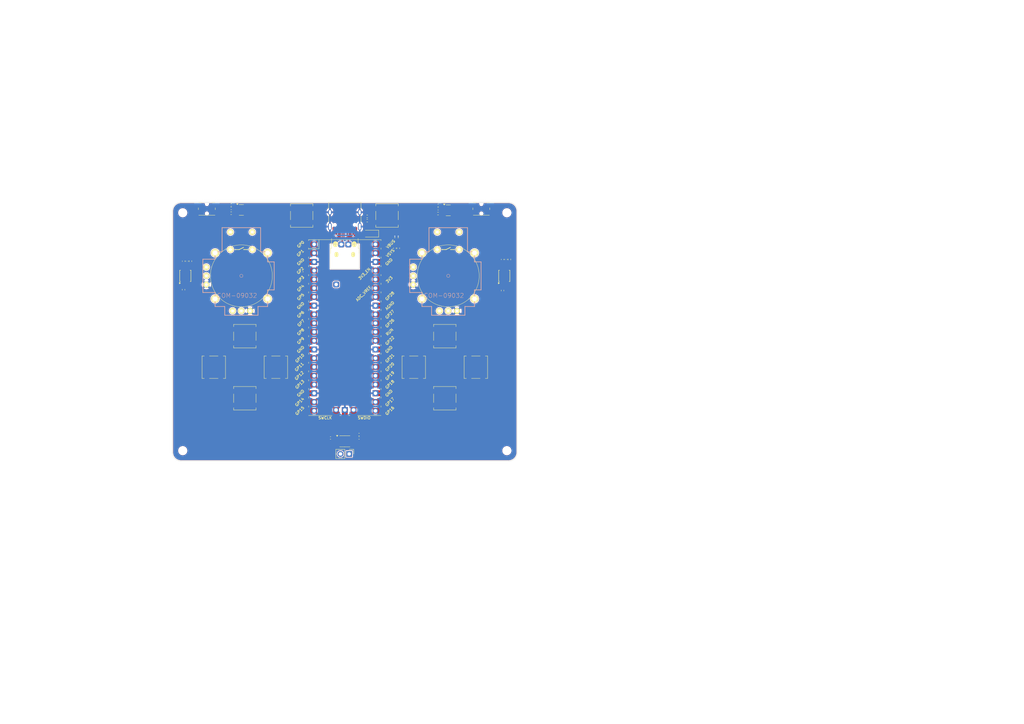
<source format=kicad_pcb>
(kicad_pcb (version 20240108) (generator "pcbnew") (generator_version "8.0")
  (layers (0 "F.Cu" signal) (31 "B.Cu" signal) (34 "B.Paste" user) (35 "F.Paste" user) (36 "B.SilkS" user "B.Silkscreen") (37 "F.SilkS" user "F.Silkscreen") (38 "B.Mask" user) (39 "F.Mask" user) (44 "Edge.Cuts" user))
  (net 0 "")
  (net 1 "GND")
  (net 2 "+3V3")
  (net 3 "Net-(U7-REG)")
  (net 4 "/VSYS")
  (net 5 "VBUS")
  (net 6 "Net-(D2-A)")
  (net 7 "Net-(D3-A)")
  (net 9 "Net-(J1-CC2)")
  (net 11 "Net-(J1-CC1)")
  (net 12 "Net-(J2-Pin_1)")
  (net 13 "Net-(J2-Pin_2)")
  (net 14 "I2C1_SDA")
  (net 15 "I2C1_SCL")
  (net 16 "Net-(U1-ALERT{slash}RDY)")
  (net 17 "Net-(U4-ALERT{slash}RDY)")
  (net 18 "Net-(U1-AIN2)")
  (net 19 "Net-(U4-AIN2)")
  (net 20 "GPIO26")
  (net 21 "GPIO27")
  (net 22 "Net-(U1-AIN1)")
  (net 23 "Net-(U1-AIN0)")
  (net 40 "Net-(U4-AIN0)")
  (net 41 "Net-(U4-AIN1)")
  (net 43 "/USBD+")
  (net 44 "/USBD-")
  (net 45 "BTN1")
  (net 46 "BTN2")
  (net 47 "BTN3")
  (net 48 "BTN4")
  (net 49 "BTN5")
  (net 50 "BTN6")
  (net 51 "BTN7")
  (net 52 "BTN8")
  (net 53 "BTN9")
  (net 54 "BTN10")
  (net 55 "BTN11")
  (net 56 "BTN12")
  (net 69 "LT-ADC")
  (net 70 "RT-ADC")
  (footprint "Package_SO:TSSOP-10_3x3mm_P0.5mm" (layer "F.Cu") (at 53.75 80 90)
    (property "Reference" "U1" (hide yes))
    (property "Value" "ADS1015IDGS")
  )
  (footprint "Resistor_SMD:R_0402_1005Metric" (layer "F.Cu") (at 87.5 78.8 90)
    (property "Reference" "R3" (hide yes))
    (property "Value" "10K 0402")
  )
  (footprint "Package_TO_SOT_SMD:SOT-23" (layer "F.Cu") (at 130 61)
    (property "Reference" "U8" (hide yes))
    (property "Value" "DRV5055A1QDBZR")
  )
  (footprint "Button_Switch_SMD:SW_SPST_B3SL-1022P" (layer "F.Cu") (at 87.5 62.5)
    (property "Reference" "SW9" (hide yes))
    (property "Value" "B3SL-1025P")
  )
  (footprint "Diode_SMD:D_SOD-123F" (layer "F.Cu") (at 107.6 67.75 180)
    (property "Reference" "D1" (hide yes))
    (property "Value" "MBR120VLSFT1G")
  )
  (footprint "Button_Switch_SMD:SW_SPST_B3SL-1022P" (layer "F.Cu") (at 129 97.5)
    (property "Reference" "SW8" (hide yes))
    (property "Value" "B3SL-1025P")
  )
  (footprint "Capacitor_SMD:C_0402_1005Metric" (layer "F.Cu") (at 145.75 75.25 90)
    (property "Reference" "C3" (hide yes))
    (property "Value" "10uF 0402")
  )
  (footprint "Resistor_SMD:R_0402_1005Metric" (layer "F.Cu") (at 114.5 72 90)
    (property "Reference" "R10" (hide yes))
    (property "Value" "1K 0402")
  )
  (footprint "Capacitor_SMD:C_0402_1005Metric" (layer "F.Cu") (at 104.13 127)
    (property "Reference" "C11" (hide yes))
    (property "Value" "10uF 0402")
  )
  (footprint "Resistor_SMD:R_0402_1005Metric" (layer "F.Cu") (at 87.5 80.690001 -90)
    (property "Reference" "R4" (hide yes))
    (property "Value" "5.1K 0402")
  )
  (footprint "Resistor_SMD:R_0402_1005Metric" (layer "F.Cu") (at 145.75 84.259999 90)
    (property "Reference" "R6" (hide yes))
    (property "Value" "1MΩ 0402")
  )
  (footprint "SparkFun-Electromechanical:JOYSTICK" (layer "F.Cu") (at 130 80)
    (property "Reference" "U5" (hide yes))
    (property "Value" "COM-09032")
  )
  (footprint "Capacitor_SMD:C_0402_1005Metric" (layer "F.Cu") (at 53.25 75.75 90)
    (property "Reference" "C13" (hide yes))
    (property "Value" "10uF 0402")
  )
  (footprint "Resistor_SMD:R_0402_1005Metric" (layer "F.Cu") (at 106.5 64)
    (property "Reference" "R2" (hide yes))
    (property "Value" "5.1K 0402")
  )
  (footprint "Resistor_SMD:R_0402_1005Metric" (layer "F.Cu") (at 55.25 75.75 90)
    (property "Reference" "R7" (hide yes))
    (property "Value" "10K 0402")
  )
  (footprint "Button_Switch_SMD:SW_SPST_B3SL-1022P" (layer "F.Cu") (at 62 106.5 90)
    (property "Reference" "SW2" (hide yes))
    (property "Value" "B3SL-1025P")
  )
  (footprint "Capacitor_SMD:C_0402_1005Metric" (layer "F.Cu") (at 67.05 59.4375 180)
    (property "Reference" "C4" (hide yes))
    (property "Value" "10uF 0402")
  )
  (footprint "MCU_RaspberryPi_and_Boards:RPi_Pico_SMD_TH" (layer "F.Cu") (at 100 95)
    (property "Reference" "U2" (hide yes))
    (property "Value" "Pico" (hide yes))
  )
  (footprint "Resistor_SMD:R_0402_1005Metric" (layer "F.Cu") (at 127.035 61.95)
    (property "Reference" "R12" (hide yes))
    (property "Value" "10K 0402")
  )
  (footprint "Capacitor_SMD:C_0402_1005Metric" (layer "F.Cu") (at 104.13 126)
    (property "Reference" "C10" (hide yes))
    (property "Value" "0.1uF 0402")
  )
  (footprint "Button_Switch_SMD:SW_SPST_B3SL-1022P" (layer "F.Cu") (at 120 106.5 90)
    (property "Reference" "SW5" (hide yes))
    (property "Value" "B3SL-1025P")
  )
  (footprint "MountingHole:MountingHole_2.2mm_M2" (layer "F.Cu") (at 53 61.7)
    (property "Reference" "H4" (hide yes))
    (property "Value" "M2 Mounting Hole")
  )
  (footprint "LED_SMD:LED_0402_1005Metric" (layer "F.Cu") (at 115.5 70 -90)
    (property "Reference" "D2" (hide yes))
    (property "Value" "0402 Yellow")
  )
  (footprint "Button_Switch_SMD:SW_SPST_B3SL-1022P" (layer "F.Cu") (at 129 115.5)
    (property "Reference" "SW6" (hide yes))
    (property "Value" "B3SL-1025P")
  )
  (footprint "LED_SMD:LED_0402_1005Metric" (layer "F.Cu") (at 114.5 70 -90)
    (property "Reference" "D3" (hide yes))
    (property "Value" "0402 RED")
  )
  (footprint "Capacitor_SMD:C_0402_1005Metric" (layer "F.Cu") (at 95.85 127 180)
    (property "Reference" "C12" (hide yes))
    (property "Value" "1uF 0402")
  )
  (footprint "Package_SO:VSSOP-10_3x3mm_P0.5mm" (layer "F.Cu") (at 100 128)
    (property "Reference" "U7" (hide yes))
    (property "Value" "DRV2605LDGS")
  )
  (footprint "Resistor_SMD:R_0402_1005Metric" (layer "F.Cu") (at 53.25 84.009999 90)
    (property "Reference" "R5" (hide yes))
    (property "Value" "1MΩ 0402")
  )
  (footprint "Resistor_SMD:R_0402_1005Metric" (layer "F.Cu") (at 67.04 61.8375)
    (property "Reference" "R11" (hide yes))
    (property "Value" "10K 0402")
  )
  (footprint "Capacitor_SMD:C_0402_1005Metric" (layer "F.Cu") (at 127.06 59.55 180)
    (property "Reference" "C8" (hide yes))
    (property "Value" "0.1uF 0402")
  )
  (footprint "Button_Switch_SMD:SW_SPST_B3SL-1022P" (layer "F.Cu") (at 71 115.5)
    (property "Reference" "SW4" (hide yes))
    (property "Value" "B3SL-1025P")
  )
  (footprint "Connector_USB:USB_C_Receptacle_HRO_TYPE-C-31-M-12" (layer "F.Cu") (at 100 62.6 180)
    (property "Reference" "J1" (hide yes))
    (property "Value" "TYPE-C-31-M-12")
  )
  (footprint "Capacitor_SMD:C_0402_1005Metric" (layer "F.Cu") (at 127.055 60.55 180)
    (property "Reference" "C9" (hide yes))
    (property "Value" "10uF 0402")
  )
  (footprint "MountingHole:MountingHole_2.2mm_M2" (layer "F.Cu") (at 147 61.7)
    (property "Reference" "H1" (hide yes))
    (property "Value" "M2 Mounting Hole")
  )
  (footprint "Package_SO:TSSOP-10_3x3mm_P0.5mm" (layer "F.Cu") (at 146.25 80 90)
    (property "Reference" "U4" (hide yes))
    (property "Value" "ADS1015IDGS")
  )
  (footprint "Connector_PinHeader_2.54mm:PinHeader_1x02_P2.54mm_Vertical" (layer "F.Cu") (at 101.275 131.65 -90)
    (property "Reference" "J2" (hide yes))
    (property "Value" "01x02 2.54mm pin header")
  )
  (footprint "MountingHole:MountingHole_2.2mm_M2" (layer "F.Cu") (at 53 130.7)
    (property "Reference" "H3" (hide yes))
    (property "Value" "M2 Mounting Hole")
  )
  (footprint "Capacitor_SMD:C_0402_1005Metric" (layer "F.Cu") (at 146.75 75.25 90)
    (property "Reference" "C2" (hide yes))
    (property "Value" "0.1uF 0402")
  )
  (footprint "Capacitor_SMD:C_0402_1005Metric" (layer "F.Cu") (at 67.05 60.4375 180)
    (property "Reference" "C5" (hide yes))
    (property "Value" "0.1uF 0402")
  )
  (footprint "Package_TO_SOT_SMD:SOT-23" (layer "F.Cu") (at 70 60.8875)
    (property "Reference" "U6" (hide yes))
    (property "Value" "DRV5055A1QDBZR")
  )
  (footprint "Button_Switch_SMD:SW_SPST_B3SL-1022P" (layer "F.Cu") (at 138 106.5 90)
    (property "Reference" "SW7" (hide yes))
    (property "Value" "B3SL-1025P")
  )
  (footprint "Button_Switch_SMD:SW_SPST_B3SL-1022P" (layer "F.Cu") (at 80 106.5 90)
    (property "Reference" "SW3" (hide yes))
    (property "Value" "B3SL-1025P")
  )
  (footprint "SparkFun-Electromechanical:JOYSTICK" (layer "F.Cu") (at 70 80)
    (property "Reference" "U3" (hide yes))
    (property "Value" "COM-09032")
  )
  (footprint "Capacitor_SMD:C_0402_1005Metric" (layer "F.Cu") (at 54.25 75.75 90)
    (property "Reference" "C1" (hide yes))
    (property "Value" "0.1uF 0402")
  )
  (footprint "Resistor_SMD:R_0402_1005Metric" (layer "F.Cu") (at 147.75 75.25 90)
    (property "Reference" "R8" (hide yes))
    (property "Value" "10K 0402")
  )
  (footprint "Button_Switch_SMD:SW_SPST_B3SL-1022P" (layer "F.Cu") (at 112.25 62.5)
    (property "Reference" "SW10" (hide yes))
    (property "Value" "B3SL-1025P")
  )
  (footprint "Button_Switch_SMD:Panasonic_EVQPUL_EVQPUC" (layer "F.Cu") (at 60 60.55)
    (property "Reference" "SW11" (hide yes))
    (property "Value" "EVQPU")
  )
  (footprint "Resistor_SMD:R_0402_1005Metric" (layer "F.Cu") (at 115.5 72 90)
    (property "Reference" "R9" (hide yes))
    (property "Value" "1K 0402")
  )
  (footprint "Button_Switch_SMD:Panasonic_EVQPUL_EVQPUC" (layer "F.Cu") (at 139.6 60.55)
    (property "Reference" "SW12" (hide yes))
    (property "Value" "EVQPUL")
  )
  (footprint "Button_Switch_SMD:SW_SPST_B3SL-1022P" (layer "F.Cu") (at 71 97.5)
    (property "Reference" "SW1" (hide yes))
    (property "Value" "B3SL-1025P")
  )
  (footprint "MountingHole:MountingHole_2.2mm_M2" (layer "F.Cu") (at 147 130.7)
    (property "Reference" "H2" (hide yes))
    (property "Value" "M2 Mounting Hole")
  )
  (footprint "Resistor_SMD:R_0402_1005Metric" (layer "F.Cu") (at 106.5 62.75)
    (property "Reference" "R1" (hide yes))
    (property "Value" "5.1K 0402")
  )
  (gr_line (start 150 61.2) (end 150 131.2) (stroke (width 0.1)) (layer "Edge.Cuts"))
  (gr_line (start 147.5 133.7) (end 52.5 133.7) (stroke (width 0.1)) (layer "Edge.Cuts"))
  (gr_line (start 50 131.2) (end 50 61.2) (stroke (width 0.1)) (layer "Edge.Cuts"))
  (gr_arc (start 52.5 133.7) (mid 50.732233 132.967767) (end 50 131.2) (stroke (width 0.1)) (layer "Edge.Cuts"))
  (gr_line (start 52.5 58.7) (end 147.5 58.7) (stroke (width 0.1)) (layer "Edge.Cuts"))
  (gr_arc (start 147.5 58.7) (mid 149.267767 59.432233) (end 150 61.2) (stroke (width 0.1)) (layer "Edge.Cuts"))
  (gr_rect (start 95.8 70.8) (end 104.2 78) (stroke (width 0.1)) (fill none) (layer "Edge.Cuts"))
  (gr_arc (start 150 131.2) (mid 149.267767 132.967767) (end 147.5 133.7) (stroke (width 0.1)) (layer "Edge.Cuts"))
  (gr_arc (start 50 61.2) (mid 50.732233 59.432233) (end 52.5 58.7) (stroke (width 0.1)) (layer "Edge.Cuts"))
  (segment (start 104.32 67.25) (end 103.25 67.25) (width 0.25) (layer "F.Cu") (net 1))
  (segment (start 115.5 69.515) (end 115.5 68.5) (width 0.25) (layer "F.Cu") (net 1))
  (segment (start 95.68 65.73) (end 95.68 67.55) (width 0.25) (layer "F.Cu") (net 1))
  (segment (start 96.75 67.55) (end 96.75 66.645) (width 0.25) (layer "F.Cu") (net 1))
  (segment (start 95.68 67.55) (end 96.75 67.55) (width 0.25) (layer "F.Cu") (net 1))
  (segment (start 114.5 69.515) (end 114.5 68.5) (width 0.25) (layer "F.Cu") (net 1))
  (segment (start 103.25 67.25) (end 103.25 66.645) (width 0.25) (layer "F.Cu") (net 1))
  (segment (start 104.32 65.73) (end 104.32 67.25) (width 0.25) (layer "F.Cu") (net 1))
  (via (at 114.5 68.5) (size 0.5) (drill 0.3) (layers "F.Cu" "B.Cu") (net 1))
  (via (at 115.5 68.5) (size 0.5) (drill 0.3) (layers "F.Cu" "B.Cu") (net 1))
  (segment (start 115.5 78) (end 112.47 81.03) (width 0.5) (layer "F.Cu") (net 2))
  (segment (start 112.47 81.03) (end 108.89 81.03) (width 0.5) (layer "F.Cu") (net 2))
  (segment (start 115.5 72.509999) (end 115.5 78) (width 0.5) (layer "F.Cu") (net 2))
  (segment (start 108.999999 67.75) (end 111.9 67.75) (width 0.5) (layer "F.Cu") (net 4))
  (segment (start 114.5 72.509999) (end 113.599999 73.41) (width 0.5) (layer "F.Cu") (net 4))
  (segment (start 111.9 67.75) (end 113.35 69.2) (width 0.5) (layer "F.Cu") (net 4))
  (segment (start 113.35 69.2) (end 113.35 72.85) (width 0.5) (layer "F.Cu") (net 4))
  (segment (start 113.599999 73.41) (end 112.25 73.41) (width 0.5) (layer "F.Cu") (net 4))
  (segment (start 113.35 72.85) (end 112.79 73.41) (width 0.5) (layer "F.Cu") (net 4))
  (segment (start 112.79 73.41) (end 112.25 73.41) (width 0.5) (layer "F.Cu") (net 4))
  (segment (start 112.25 73.41) (end 108.89 73.41) (width 0.5) (layer "F.Cu") (net 4))
  (segment (start 102.45 68.25) (end 104.2 68.25) (width 0.5) (layer "F.Cu") (net 5))
  (segment (start 97.55 68.25) (end 97.55 66.645) (width 0.5) (layer "F.Cu") (net 5))
  (segment (start 97.55 66.645) (end 97.549999 66.645) (width 0.5) (layer "F.Cu") (net 5))
  (segment (start 104.7 67.75) (end 106.200001 67.75) (width 0.5) (layer "F.Cu") (net 5))
  (segment (start 104.2 68.25) (end 104.7 67.75) (width 0.5) (layer "F.Cu") (net 5))
  (segment (start 102.450001 68.249999) (end 102.45 68.25) (width 0.5) (layer "F.Cu") (net 5))
  (segment (start 102.450001 66.645) (end 102.450001 68.249999) (width 0.5) (layer "F.Cu") (net 5))
  (via (at 102.45 68.25) (size 0.5) (drill 0.3) (layers "F.Cu" "B.Cu") (net 5))
  (via (at 97.55 68.25) (size 0.5) (drill 0.3) (layers "F.Cu" "B.Cu") (net 5))
  (segment (start 102.45 68.25) (end 97.55 68.25) (width 0.5) (layer "B.Cu") (net 5))
  (segment (start 115.5 71.490001) (end 115.5 70.485) (width 0.35) (layer "F.Cu") (net 6))
  (segment (start 114.5 71.490001) (end 114.5 70.485) (width 0.35) (layer "F.Cu") (net 7))
  (segment (start 98.25 66.645) (end 98.25 64.75) (width 0.2) (layer "F.Cu") (net 9))
  (segment (start 100.25 62.75) (end 105.99 62.75) (width 0.2) (layer "F.Cu") (net 9))
  (segment (start 98.25 64.75) (end 100.25 62.75) (width 0.2) (layer "F.Cu") (net 9))
  (segment (start 105.99 64) (end 102.5 64) (width 0.2) (layer "F.Cu") (net 11))
  (segment (start 102.5 64) (end 101.25 65.25) (width 0.2) (layer "F.Cu") (net 11))
  (segment (start 101.25 65.25) (end 101.25 66.644999) (width 0.2) (layer "F.Cu") (net 11))
  (segment (start 99.25 70.875) (end 98.984 70.875) (width 0.3) (layer "F.Cu") (net 43))
  (segment (start 99.75 64.95) (end 99.75 64.95) (width 0.3) (layer "F.Cu") (net 43))
  (segment (start 99.25 66.645) (end 99.25 70.875) (width 0.3) (layer "F.Cu") (net 43))
  (segment (start 100.25 65.45) (end 100.25 66.645) (width 0.3) (layer "F.Cu") (net 43))
  (segment (start 99.25 66.645) (end 99.25 65.45) (width 0.3) (layer "F.Cu") (net 43))
  (arc (start 99.75 64.95) (mid 100.103553 65.096447) (end 100.25 65.45) (width 0.3) (layer "F.Cu") (net 43))
  (arc (start 99.25 65.45) (mid 99.396447 65.096447) (end 99.75 64.95) (width 0.3) (layer "F.Cu") (net 43))
  (segment (start 100.75 67.8) (end 100.75 66.645) (width 0.3) (layer "F.Cu") (net 44))
  (segment (start 99.75 66.645) (end 99.75 67.8) (width 0.3) (layer "F.Cu") (net 44))
  (segment (start 100.25 68.3) (end 100.25 68.3) (width 0.3) (layer "F.Cu") (net 44))
  (segment (start 101.016 69.4) (end 99.75 69.4) (width 0.3) (layer "F.Cu") (net 44))
  (segment (start 99.75 69.4) (end 99.75 66.645) (width 0.3) (layer "F.Cu") (net 44))
  (segment (start 101.016 70.875) (end 101.016 69.4) (width 0.3) (layer "F.Cu") (net 44))
  (arc (start 99.75 67.8) (mid 99.896447 68.153553) (end 100.25 68.3) (width 0.3) (layer "F.Cu") (net 44))
  (arc (start 100.25 68.3) (mid 100.603553 68.153553) (end 100.75 67.8) (width 0.3) (layer "F.Cu") (net 44))
  (zone (net 1) (net_name "GND") (layers "F&B.Cu") (connect_pads thru_hole_only (clearance 0.25)) (min_thickness 0.25) (fill yes (thermal_gap 0.5) (thermal_bridge_width 0.5))
    (polygon (pts (xy 0 0) (xy 297 0) (xy 297 210) (xy 0 210)))
  )
)
</source>
